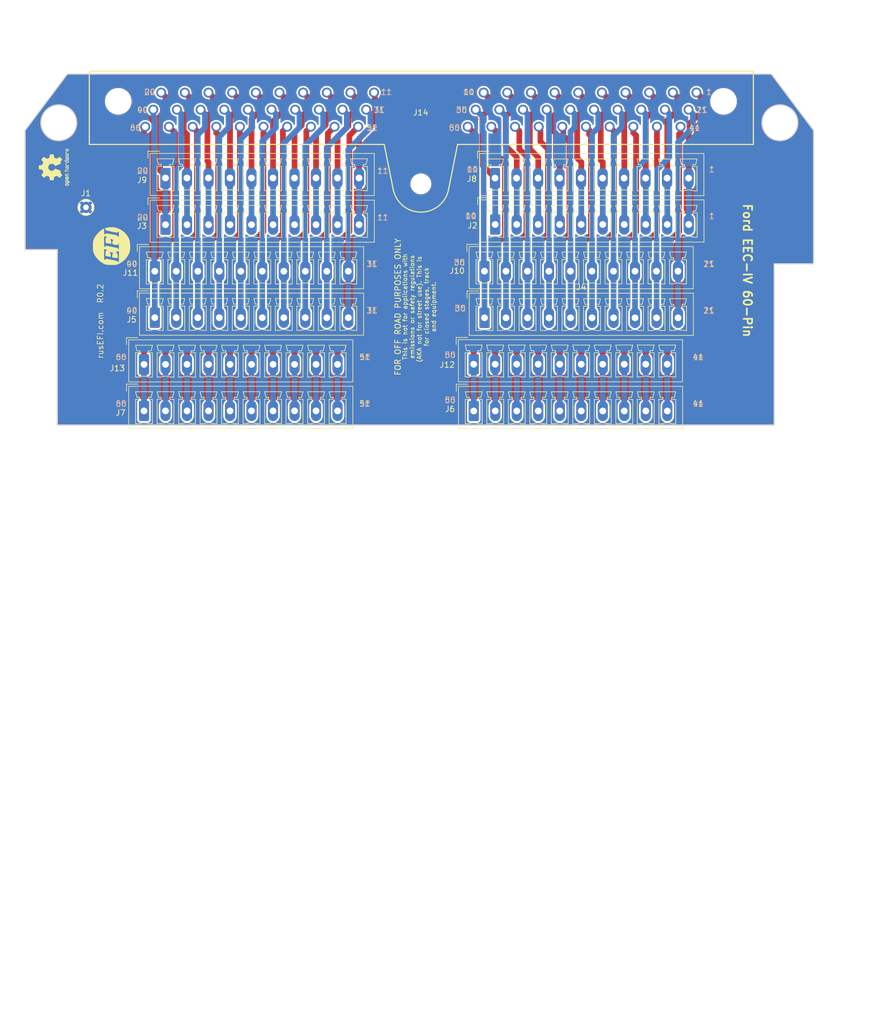
<source format=kicad_pcb>
(kicad_pcb (version 20221018) (generator pcbnew)
  (title_block (title "134pin 7-967288-1 Breakout board") (date "2020-06-02") (rev "R0.1"))
  (layers (0 "F.Cu" signal) (31 "B.Cu" signal) (34 "B.Paste" user) (35 "F.Paste" user) (36 "B.SilkS" user "B.Silkscreen") (37 "F.SilkS" user "F.Silkscreen") (38 "B.Mask" user) (39 "F.Mask" user) (44 "Edge.Cuts" user))
  (net 0 "")
  (net 1 "Net-(J11-Pad4)")
  (net 2 "Net-(J11-Pad3)")
  (net 3 "Net-(J11-Pad2)")
  (net 4 "Net-(J10-Pad4)")
  (net 5 "Net-(J10-Pad3)")
  (net 6 "Net-(J10-Pad2)")
  (net 7 "Net-(J13-Pad2)")
  (net 8 "Net-(J14-Pad2)")
  (net 9 "GND")
  (net 10 "/420")
  (net 11 "/421")
  (net 12 "/10")
  (net 13 "Net-(J14-Pad9)")
  (net 14 "Net-(J14-Pad8)")
  (net 15 "Net-(J14-Pad7)")
  (net 16 "Net-(J14-Pad6)")
  (net 17 "/5")
  (net 18 "Net-(J14-Pad4)")
  (net 19 "Net-(J14-Pad3)")
  (net 20 "/1")
  (net 21 "Net-(J14-Pad19)")
  (net 22 "Net-(J14-Pad18)")
  (net 23 "Net-(J14-Pad17)")
  (net 24 "Net-(J14-Pad16)")
  (net 25 "/15")
  (net 26 "Net-(J14-Pad14)")
  (net 27 "Net-(J14-Pad13)")
  (net 28 "Net-(J14-Pad12)")
  (net 29 "/11")
  (net 30 "/25")
  (net 31 "Net-(J10-Pad7)")
  (net 32 "Net-(J10-Pad8)")
  (net 33 "/31")
  (net 34 "Net-(J12-Pad8)")
  (net 35 "Net-(J12-Pad7)")
  (net 36 "/45")
  (net 37 "Net-(J12-Pad4)")
  (net 38 "Net-(J12-Pad3)")
  (net 39 "Net-(J12-Pad2)")
  (net 40 "/41")
  (net 41 "/60")
  (net 42 "Net-(J13-Pad9)")
  (net 43 "/55")
  (net 44 "/54")
  (net 45 "/53")
  (net 46 "Net-(J10-Pad9)")
  (net 47 "Net-(J10-Pad5)")
  (net 48 "/30")
  (net 49 "Net-(J11-Pad9)")
  (net 50 "Net-(J11-Pad8)")
  (net 51 "Net-(J11-Pad7)")
  (net 52 "/35")
  (net 53 "Net-(J11-Pad5)")
  (net 54 "/40")
  (net 55 "Net-(J12-Pad9)")
  (net 56 "Net-(J12-Pad5)")
  (net 57 "/50")
  (net 58 "Net-(J13-Pad10)")
  (net 59 "Net-(J13-Pad5)")
  (net 60 "Net-(J13-Pad4)")
  (net 61 "Net-(J13-Pad3)")
  (footprint "Symbol:OSHW-Logo2_7.3x6mm_SilkScreen" (layer "F.Cu") (at 101.0793 79.4004 90)
    (fp_text reference "LOGO1" hide)
    (fp_text value "DNP" hide)
  )
  (footprint "TestPoint:TestPoint_Keystone_5000-5004_Miniature" (layer "F.Cu") (at 106.6673 86.4997)
    (fp_text reference "J1")
    (fp_text value "Conn_01x01")
  )
  (footprint "rusEFI:Off_Road_Disclaimer" (layer "F.Cu") (at 165.1 104.14 90)
    (fp_text reference "G1" hide)
    (fp_text value "Disclaimer" hide)
  )
  (footprint "rusEFI:LOGO" (layer "F.Cu") (at 111.2393 93.3704 90)
    (fp_text reference "G2" hide)
    (fp_text value "LOGO" hide)
  )
  (footprint "Connector_Phoenix_MC:PhoenixContact_MCV_1,5_10-G-3.81_1x10_P3.81mm_Vertical" (layer "F.Cu") (at 179.1716 89.535)
    (fp_text reference "J2")
    (fp_text value "Conn_01x10")
  )
  (footprint "Connector_Phoenix_MC:PhoenixContact_MCV_1,5_10-G-3.81_1x10_P3.81mm_Vertical" (layer "F.Cu") (at 120.7643 89.5731)
    (fp_text reference "J3")
    (fp_text value "Conn_01x10")
  )
  (footprint "Connector_Phoenix_MC:PhoenixContact_MCV_1,5_10-G-3.81_1x10_P3.81mm_Vertical" (layer "F.Cu") (at 177.2793 106.0831)
    (fp_text reference "J4")
    (fp_text value "Conn_01x10")
  )
  (footprint "Connector_Phoenix_MC:PhoenixContact_MCV_1,5_10-G-3.81_1x10_P3.81mm_Vertical" (layer "F.Cu") (at 118.8593 106.0577)
    (fp_text reference "J5")
    (fp_text value "Conn_01x10")
  )
  (footprint "Connector_Phoenix_MC:PhoenixContact_MCV_1,5_10-G-3.81_1x10_P3.81mm_Vertical" (layer "F.Cu") (at 175.3743 122.5931)
    (fp_text reference "J6")
    (fp_text value "Conn_01x10")
  )
  (footprint "Connector_Phoenix_MC:PhoenixContact_MCV_1,5_10-G-3.81_1x10_P3.81mm_Vertical" (layer "F.Cu") (at 116.9543 122.5804)
    (fp_text reference "J7")
    (fp_text value "Conn_01x10")
  )
  (footprint "Connector_Phoenix_MC:PhoenixContact_MCV_1,5_10-G-3.81_1x10_P3.81mm_Vertical" (layer "F.Cu") (at 179.1462 81.3181)
    (fp_text reference "J8")
    (fp_text value "Conn_01x10")
  )
  (footprint "Connector_Phoenix_MC:PhoenixContact_MCV_1,5_10-G-3.81_1x10_P3.81mm_Vertical" (layer "F.Cu") (at 120.7516 81.2927)
    (fp_text reference "J9")
    (fp_text value "Conn_01x10")
  )
  (footprint "Connector_Phoenix_MC:PhoenixContact_MCV_1,5_10-G-3.81_1x10_P3.81mm_Vertical" (layer "F.Cu") (at 177.2666 97.8154)
    (fp_text reference "J10")
    (fp_text value "Conn_01x10")
  )
  (footprint "Connector_Phoenix_MC:PhoenixContact_MCV_1,5_10-G-3.81_1x10_P3.81mm_Vertical" (layer "F.Cu") (at 175.3616 114.3127)
    (fp_text reference "J12")
    (fp_text value "Conn_01x10")
  )
  (footprint "Connector_Phoenix_MC:PhoenixContact_MCV_1,5_10-G-3.81_1x10_P3.81mm_Vertical" (layer "F.Cu") (at 116.9543 114.3381)
    (fp_text reference "J13")
    (fp_text value "Conn_01x10")
  )
  (footprint "rusEFI:eeciv" (layer "F.Cu") (at 166.009425 62.296099)
    (fp_text reference "J14")
    (fp_text value "EEC-IV")
  )
  (footprint "Connector_Phoenix_MC:PhoenixContact_MCV_1,5_10-G-3.81_1x10_P3.81mm_Vertical" (layer "F.Cu") (at 118.8593 97.8281)
    (fp_text reference "J11")
    (fp_text value "Conn_01x10")
  )
  (gr_line (start 95.885 72.865) (end 95.885 93.98) (stroke (width 0.2)) (layer "Edge.Cuts"))
  (gr_circle (center 229.616 71.501) (end 232.791 71.501) (stroke (width 0.2)) (fill none) (layer "Edge.Cuts"))
  (gr_line (start 101.6 125.095) (end 228.6 125.095) (stroke (width 0.2)) (layer "Edge.Cuts"))
  (gr_line (start 235.585 96.52) (end 228.6 96.52) (stroke (width 0.2)) (layer "Edge.Cuts"))
  (gr_line (start 235.585 96.52) (end 235.585 72.865) (stroke (width 0.2)) (layer "Edge.Cuts"))
  (gr_line (start 95.885 72.865) (end 103.385 62.865) (stroke (width 0.2)) (layer "Edge.Cuts"))
  (gr_line (start 228.085 62.865) (end 103.385 62.865) (stroke (width 0.2)) (layer "Edge.Cuts"))
  (gr_line (start 101.6 93.98) (end 101.6 125.095) (stroke (width 0.2)) (layer "Edge.Cuts"))
  (gr_circle (center 101.854 71.501) (end 105.029 71.501) (stroke (width 0.2)) (fill none) (layer "Edge.Cuts"))
  (gr_line (start 95.885 93.98) (end 101.6 93.98) (stroke (width 0.2)) (layer "Edge.Cuts"))
  (gr_line (start 228.085 62.865) (end 235.585 72.865) (stroke (width 0.2)) (layer "Edge.Cuts"))
  (gr_line (start 228.6 96.52) (end 228.6 125.095) (stroke (width 0.2)) (layer "Edge.Cuts"))
  (gr_text "20" (at 117.9703 66.0654) (layer "B.SilkS") (effects (font (size 1.016 1.016) (thickness 0.13)) (justify mirror)))
  (gr_text "60" (at 115.4303 72.4154) (layer "B.SilkS") (effects (font (size 1.016 1.016) (thickness 0.13)) (justify mirror)))
  (gr_text "40" (at 116.7003 69.2404) (layer "B.SilkS") (effects (font (size 1.016 1.016) (thickness 0.13)) (justify mirror)))
  (gr_text "51" (at 157.3403 72.4154) (layer "B.SilkS") (effects (font (size 1.016 1.016) (thickness 0.13)) (justify mirror)))
  (gr_text "41" (at 214.4903 72.4154) (layer "B.SilkS") (effects (font (size 1.016 1.016) (thickness 0.13)) (justify mirror)))
  (gr_text "31" (at 158.6103 69.2404) (layer "B.SilkS") (effects (font (size 1.016 1.016) (thickness 0.13)) (justify mirror)))
  (gr_text "50" (at 171.9453 72.4154) (layer "B.SilkS") (effects (font (size 1.016 1.016) (thickness 0.13)) (justify mirror)))
  (gr_text "30" (at 173.2153 69.2404) (layer "B.SilkS") (effects (font (size 1.016 1.016) (thickness 0.13)) (justify mirror)))
  (gr_text "10" (at 174.4853 66.0654) (layer "B.SilkS") (effects (font (size 1.016 1.016) (thickness 0.13)) (justify mirror)))
  (gr_text "21" (at 215.7603 69.2404) (layer "B.SilkS") (effects (font (size 1.016 1.016) (thickness 0.13)) (justify mirror)))
  (gr_text "1" (at 217.0303 66.0654) (layer "B.SilkS") (effects (font (size 1.016 1.016) (thickness 0.13)) (justify mirror)))
  (gr_text "11" (at 159.8803 66.0654) (layer "B.SilkS") (effects (font (size 1.016 1.016) (thickness 0.13)) (justify mirror)))
  (gr_text "50" (at 171.1833 112.6744) (layer "B.SilkS") (effects (font (size 1.016 1.016) (thickness 0.13)) (justify mirror)))
  (gr_text "50" (at 171.1833 120.6754) (layer "B.SilkS") (effects (font (size 1.016 1.016) (thickness 0.13)) (justify mirror)))
  (gr_text "30" (at 172.8343 96.2914) (layer "B.SilkS") (effects (font (size 1.016 1.016) (thickness 0.13)) (justify mirror)))
  (gr_text "30" (at 172.9613 104.4194) (layer "B.SilkS") (effects (font (size 1.016 1.016) (thickness 0.13)) (justify mirror)))
  (gr_text "10" (at 175.1203 79.7814) (layer "B.SilkS") (effects (font (size 1.016 1.016) (thickness 0.13)) (justify mirror)))
  (gr_text "10" (at 174.8663 88.0364) (layer "B.SilkS") (effects (font (size 1.016 1.016) (thickness 0.13)) (justify mirror)))
  (gr_text "1" (at 217.5383 79.7814) (layer "B.SilkS") (effects (font (size 1.016 1.016) (thickness 0.13)) (justify mirror)))
  (gr_text "1" (at 217.5383 88.0364) (layer "B.SilkS") (effects (font (size 1.016 1.016) (thickness 0.13)) (justify mirror)))
  (gr_text "21" (at 217.0303 96.5454) (layer "B.SilkS") (effects (font (size 1.016 1.016) (thickness 0.13)) (justify mirror)))
  (gr_text "21" (at 217.0303 104.8004) (layer "B.SilkS") (effects (font (size 1.016 1.016) (thickness 0.13)) (justify mirror)))
  (gr_text "41" (at 215.1253 113.0554) (layer "B.SilkS") (effects (font (size 1.016 1.016) (thickness 0.13)) (justify mirror)))
  (gr_text "41" (at 215.1253 121.3104) (layer "B.SilkS") (effects (font (size 1.016 1.016) (thickness 0.13)) (justify mirror)))
  (gr_text "60" (at 112.8903 113.0554) (layer "B.SilkS") (effects (font (size 1.016 1.016) (thickness 0.13)) (justify mirror)))
  (gr_text "60" (at 112.8903 121.3104) (layer "B.SilkS") (effects (font (size 1.016 1.016) (thickness 0.13)) (justify mirror)))
  (gr_text "40" (at 114.7953 96.5454) (layer "B.SilkS") (effects (font (size 1.016 1.016) (thickness 0.13)) (justify mirror)))
  (gr_text "40" (at 114.7953 104.8004) (layer "B.SilkS") (effects (font (size 1.016 1.016) (thickness 0.13)) (justify mirror)))
  (gr_text "20" (at 116.7003 80.0354) (layer "B.SilkS") (effects (font (size 1.016 1.016) (thickness 0.13)) (justify mirror)))
  (gr_text "20" (at 116.7003 88.2904) (layer "B.SilkS") (effects (font (size 1.016 1.016) (thickness 0.13)) (justify mirror)))
  (gr_text "51" (at 156.0703 121.3104) (layer "B.SilkS") (effects (font (size 1.016 1.016) (thickness 0.13)) (justify mirror)))
  (gr_text "51" (at 156.0703 113.0554) (layer "B.SilkS") (effects (font (size 1.016 1.016) (thickness 0.13)) (justify mirror)))
  (gr_text "31" (at 157.3403 96.5454) (layer "B.SilkS") (effects (font (size 1.016 1.016) (thickness 0.13)) (justify mirror)))
  (gr_text "31" (at 157.3403 104.8004) (layer "B.SilkS") (effects (font (size 1.016 1.016) (thickness 0.13)) (justify mirror)))
  (gr_text "11" (at 159.2453 80.0354) (layer "B.SilkS") (effects (font (size 1.016 1.016) (thickness 0.13)) (justify mirror)))
  (gr_text "11" (at 159.2453 88.2904) (layer "B.SilkS") (effects (font (size 1.016 1.016) (thickness 0.13)) (justify mirror)))
  (gr_text "50" (at 171.1833 112.6744) (layer "F.SilkS") (effects (font (size 1.016 1.016) (thickness 0.13))))
  (gr_text "50" (at 171.1833 120.6754) (layer "F.SilkS") (effects (font (size 1.016 1.016) (thickness 0.13))))
  (gr_text "30" (at 172.8343 96.2914) (layer "F.SilkS") (effects (font (size 1.016 1.016) (thickness 0.13))))
  (gr_text "30" (at 172.9613 104.4194) (layer "F.SilkS") (effects (font (size 1.016 1.016) (thickness 0.13))))
  (gr_text "10" (at 175.1203 79.7814) (layer "F.SilkS") (effects (font (size 1.016 1.016) (thickness 0.13))))
  (gr_text "10" (at 174.8663 88.0364) (layer "F.SilkS") (effects (font (size 1.016 1.016) (thickness 0.13))))
  (gr_text "1" (at 217.5383 79.7814) (layer "F.SilkS") (effects (font (size 1.016 1.016) (thickness 0.13))))
  (gr_text "1" (at 217.5383 88.0364) (layer "F.SilkS") (effects (font (size 1.016 1.016) (thickness 0.13))))
  (gr_text "21" (at 217.0303 96.5454) (layer "F.SilkS") (effects (font (size 1.016 1.016) (thickness 0.13))))
  (gr_text "21" (at 217.0303 104.8004) (layer "F.SilkS") (effects (font (size 1.016 1.016) (thickness 0.13))))
  (gr_text "41" (at 215.1253 113.0554) (layer "F.SilkS") (effects (font (size 1.016 1.016) (thickness 0.13))))
  (gr_text "41" (at 215.1253 121.3104) (layer "F.SilkS") (effects (font (size 1.016 1.016) (thickness 0.13))))
  (gr_text "60" (at 112.8903 113.0554) (layer "F.SilkS") (effects (font (size 1.016 1.016) (thickness 0.13))))
  (gr_text "60" (at 112.8903 121.3104) (layer "F.SilkS") (effects (font (size 1.016 1.016) (thickness 0.13))))
  (gr_text "40" (at 114.7953 96.5454) (layer "F.SilkS") (effects (font (size 1.016 1.016) (thickness 0.13))))
  (gr_text "40" (at 114.7953 104.8004) (layer "F.SilkS") (effects (font (size 1.016 1.016) (thickness 0.13))))
  (gr_text "20" (at 116.7003 80.0354) (layer "F.SilkS") (effects (font (size 1.016 1.016) (thickness 0.13))))
  (gr_text "20" (at 116.7003 88.2904) (layer "F.SilkS") (effects (font (size 1.016 1.016) (thickness 0.13))))
  (gr_text "51" (at 156.0703 121.3104) (layer "F.SilkS") (effects (font (size 1.016 1.016) (thickness 0.13))))
  (gr_text "51" (at 156.0703 113.0554) (layer "F.SilkS") (effects (font (size 1.016 1.016) (thickness 0.13))))
  (gr_text "31" (at 157.3403 96.5454) (layer "F.SilkS") (effects (font (size 1.016 1.016) (thickness 0.13))))
  (gr_text "31" (at 157.3403 104.8004) (layer "F.SilkS") (effects (font (size 1.016 1.016) (thickness 0.13))))
  (gr_text "11" (at 159.2453 80.0354) (layer "F.SilkS") (effects (font (size 1.016 1.016) (thickness 0.13))))
  (gr_text "11" (at 159.2453 88.2904) (layer "F.SilkS") (effects (font (size 1.016 1.016) (thickness 0.13))))
  (gr_text "31" (at 158.6103 69.2404) (layer "F.SilkS") (effects (font (size 1.016 1.016) (thickness 0.13))))
  (gr_text "rusEFI.com  R0.2" (at 109.22 106.68 90) (layer "F.SilkS") (effects (font (size 1.016 1.016) (thickness 0.13))))
  (gr_text "40" (at 116.7003 69.2404) (layer "F.SilkS") (effects (font (size 1.016 1.016) (thickness 0.13))))
  (gr_text "41" (at 214.4903 72.4154) (layer "F.SilkS") (effects (font (size 1.016 1.016) (thickness 0.13))))
  (gr_text "30" (at 173.2153 69.2404) (layer "F.SilkS") (effects (font (size 1.016 1.016) (thickness 0.13))))
  (gr_text "51" (at 157.3403 72.4154) (layer "F.SilkS") (effects (font (size 1.016 1.016) (thickness 0.13))))
  (gr_text "11" (at 159.8803 66.0654) (layer "F.SilkS") (effects (font (size 1.016 1.016) (thickness 0.13))))
  (gr_text "Ford EEC-IV 60-Pin" (at 223.8629 97.6884 -90) (layer "F.SilkS") (effects (font (size 1.5 1.5) (thickness 0.3))))
  (gr_text "21" (at 215.7603 69.2404) (layer "F.SilkS") (effects (font (size 1.016 1.016) (thickness 0.13))))
  (gr_text "10" (at 174.4853 66.0654) (layer "F.SilkS") (effects (font (size 1.016 1.016) (thickness 0.13))))
  (gr_text "20" (at 117.9703 66.0654) (layer "F.SilkS") (effects (font (size 1.016 1.016) (thickness 0.13))))
  (gr_text "1" (at 217.0303 66.0654) (layer "F.SilkS") (effects (font (size 1.016 1.016) (thickness 0.13))))
  (gr_text "60" (at 115.4303 72.4154) (layer "F.SilkS") (effects (font (size 1.016 1.016) (thickness 0.13))))
  (gr_text "50" (at 171.9453 72.4154) (layer "F.SilkS") (effects (font (size 1.016 1.016) (thickness 0.13))))
  (segment (start 130.2893 97.8154) (end 130.2893 74.002306) (width 1.016) (layer "B.Cu") (net 1))
  (segment (start 131.937399 72.354207) (end 131.937399 69.938499) (width 1.016) (layer "B.Cu") (net 1))
  (segment (start 131.937399 69.938499) (end 131.1754 69.1765) (width 1.016) (layer "B.Cu") (net 1))
  (segment (start 130.2893 97.8154) (end 130.2893 106.0704) (width 1.016) (layer "B.Cu") (net 1))
  (segment (start 130.2893 74.002306) (end 131.937399 72.354207) (width 1.016) (layer "B.Cu") (net 1))
  (segment (start 127.745399 72.358207) (end 127.745399 69.942499) (width 1.016) (layer "B.Cu") (net 2))
  (segment (start 126.4793 97.8154) (end 126.4793 106.0704) (width 1.016) (layer "B.Cu") (net 2))
  (segment (start 126.4793 97.8154) (end 126.4793 73.624306) (width 1.016) (layer "B.Cu") (net 2))
  (segment (start 126.4793 73.624306) (end 127.745399 72.358207) (width 1.016) (layer "B.Cu") (net 2))
  (segment (start 127.745399 69.942499) (end 126.9834 69.1805) (width 1.016) (layer "B.Cu") (net 2))
  (segment (start 122.6693 79.888121) (end 123.549399 79.008022) (width 1.016) (layer "B.Cu") (net 3))
  (segment (start 123.549399 79.008022) (end 123.549399 69.942499) (width 1.016) (layer "B.Cu") (net 3))
  (segment (start 123.549399 69.942499) (end 122.7874 69.1805) (width 1.016) (layer "B.Cu") (net 3))
  (segment (start 122.6693 97.8154) (end 122.6693 79.888121) (width 1.016) (layer "B.Cu") (net 3))
  (segment (start 122.6693 97.8154) (end 122.6693 106.0704) (width 1.016) (layer "B.Cu") (net 3))
  (segment (start 188.7093 69.5874) (end 188.2954 69.1735) (width 1.016) (layer "B.Cu") (net 4))
  (segment (start 188.7093 97.8154) (end 188.7093 106.0704) (width 1.016) (layer "B.Cu") (net 4))
  (segment (start 188.7093 97.8154) (end 188.7093 69.5874) (width 1.016) (layer "B.Cu") (net 4))
  (segment (start 184.8993 69.9734) (end 184.1034 69.1775) (width 1.016) (layer "B.Cu") (net 5))
  (segment (start 184.8993 97.8154) (end 184.8993 106.0704) (width 1.016) (layer "B.Cu") (net 5))
  (segment (start 184.8993 97.8154) (end 184.8993 69.9734) (width 1.016) (layer "B.Cu") (net 5))
  (segment (start 181.0893 97.8154) (end 181.0893 70.3594) (width 1.016) (layer "B.Cu") (net 6))
  (segment (start 181.0893 70.3594) (end 179.9074 69.1775) (width 1.016) (layer "B.Cu") (net 6))
  (segment (start 181.0893 97.8154) (end 181.0893 106.0704) (width 1.016) (layer "B.Cu") (net 6))
  (segment (start 120.7643 93.263444) (end 122.47711 91.550634) (width 1.016) (layer "F.Cu") (net 7))
  (segment (start 122.133399 72.967499) (end 121.3714 72.2055) (width 1.016) (layer "F.Cu") (net 7))
  (segment (start 122.47711 91.550634) (end 122.47711 73.31121) (width 1.016) (layer "F.Cu") (net 7))
  (segment (start 120.7643 114.3254) (end 120.7643 93.263444) (width 1.016) (layer "F.Cu") (net 7))
  (segment (start 122.47711 73.31121) (end 122.133399 72.967499) (width 1.016) (layer "F.Cu") (net 7))
  (segment (start 120.7643 114.3254) (end 120.7643 122.5804) (width 1.016) (layer "B.Cu") (net 7))
  (segment (start 211.415399 69.332207) (end 211.415399 66.903499) (width 1.016) (layer "F.Cu") (net 8))
  (segment (start 209.6643 71.083306) (end 211.415399 69.332207) (width 1.016) (layer "F.Cu") (net 8))
  (segment (start 209.6643 81.3054) (end 209.6643 71.083306) (width 1.016) (layer "F.Cu") (net 8))
  (segment (start 211.415399 66.903499) (end 210.6534 66.1415) (width 1.016) (layer "F.Cu") (net 8))
  (segment (start 209.6643 81.3054) (end 209.6643 89.5604) (width 1.016) (layer "B.Cu") (net 8))
  (segment (start 120.767399 66.913499) (end 120.0054 66.1515) (width 1.016) (layer "F.Cu") (net 10))
  (segment (start 120.7643 81.3054) (end 120.7643 80.9244) (width 1.016) (layer "F.Cu") (net 10))
  (segment (start 119.796599 70.313007) (end 120.767399 69.342207) (width 1.016) (layer "F.Cu") (net 10))
  (segment (start 120.767399 69.342207) (end 120.767399 66.913499) (width 1.016) (layer "F.Cu") (net 10))
  (segment (start 119.796599 79.956699) (end 119.796599 70.313007) (width 1.016) (layer "F.Cu") (net 10))
  (segment (start 120.7643 80.9244) (end 119.796599 79.956699) (width 1.016) (layer "F.Cu") (net 10))
  (segment (start 120.7643 81.3054) (end 120.7643 89.5604) (width 1.016) (layer "B.Cu") (net 10))
  (segment (start 211.5693 97.8154) (end 211.5693 106.0704) (width 1.016) (layer "B.Cu") (net 11))
  (segment (start 211.5693 97.8154) (end 211.5693 74.981306) (width 1.016) (layer "B.Cu") (net 11))
  (segment (start 214.199399 72.351207) (end 214.199399 69.935499) (width 1.016) (layer "B.Cu") (net 11))
  (segment (start 211.5693 74.981306) (end 214.199399 72.351207) (width 1.016) (layer "B.Cu") (net 11))
  (segment (start 214.199399 69.935499) (end 213.4374 69.1735) (width 1.016) (layer "B.Cu") (net 11))
  (segment (start 176.916599 70.310007) (end 177.887399 69.339207) (width 1.016) (layer "F.Cu") (net 12))
  (segment (start 179.1843 81.3054) (end 176.916599 79.037699) (width 1.016) (layer "F.Cu") (net 12))
  (segment (start 177.887399 66.910499) (end 177.1254 66.1485) (width 1.016) (layer "F.Cu") (net 12))
  (segment (start 176.916599 79.037699) (end 176.916599 70.310007) (width 1.016) (layer "F.Cu") (net 12))
  (segment (start 177.887399 69.339207) (end 177.887399 66.910499) (width 1.016) (layer "F.Cu") (net 12))
  (segment (start 179.1843 81.3054) (end 179.1843 89.5604) (width 1.016) (layer "B.Cu") (net 12))
  (segment (start 181.0258 75.616806) (end 181.0258 70.389806) (width 1.016) (layer "F.Cu") (net 13))
  (segment (start 182.9943 81.3054) (end 182.9943 77.585306) (width 1.016) (layer "F.Cu") (net 13))
  (segment (start 182.073399 69.342207) (end 182.073399 66.913499) (width 1.016) (layer "F.Cu") (net 13))
  (segment (start 181.0258 70.389806) (end 182.073399 69.342207) (width 1.016) (layer "F.Cu") (net 13))
  (segment (start 182.073399 66.913499) (end 181.3114 66.1515) (width 1.016) (layer "F.Cu") (net 13))
  (segment (start 182.9943 77.585306) (end 181.0258 75.616806) (width 1.016) (layer "F.Cu") (net 13))
  (segment (start 182.9943 81.3054) (end 182.9943 89.5604) (width 1.016) (layer "B.Cu") (net 13))
  (segment (start 186.269399 66.913499) (end 185.5074 66.1515) (width 1.016) (layer "F.Cu") (net 14))
  (segment (start 186.8043 77.659493) (end 185.304599 76.159792) (width 1.016) (layer "F.Cu") (net 14))
  (segment (start 185.304599 70.307007) (end 186.269399 69.342207) (width 1.016) (layer "F.Cu") (net 14))
  (segment (start 186.8043 81.3054) (end 186.8043 77.659493) (width 1.016) (layer "F.Cu") (net 14))
  (segment (start 185.304599 76.159792) (end 185.304599 70.307007) (width 1.016) (layer "F.Cu") (net 14))
  (segment (start 186.269399 69.342207) (end 186.269399 66.913499) (width 1.016) (layer "F.Cu") (net 14))
  (segment (start 186.8043 81.3054) (end 186.8043 89.5604) (width 1.016) (layer "B.Cu") (net 14))
  (segment (start 190.461399 66.909499) (end 189.6994 66.1475) (width 1.016) (layer "F.Cu") (net 15))
  (segment (start 189.492599 70.307007) (end 190.461399 69.338207) (width 1.016) (layer "F.Cu") (net 15))
  (segment (start 190.6143 78.4894) (end 189.92849 77.80359) (width 1.016) (layer "F.Cu") (net 15))
  (segment (start 189.92849 77.80359) (end 189.92849 73.396296) (width 1.016) (layer "F.Cu") (net 15))
  (segment (start 189.92849 73.396296) (end 189.492599 72.960405) (width 1.016) (layer "F.Cu") (net 15))
  (segment (start 189.492599 72.960405) (end 189.492599 70.307007) (width 1.016) (layer "F.Cu") (net 15))
  (segment (start 190.6143 81.3054) (end 190.6143 78.4894) (width 1.016) (layer "F.Cu") (net 15))
  (segment (start 190.461399 69.338207) (end 190.461399 66.909499) (width 1.016) (layer "F.Cu") (net 15))
  (segment (start 190.6143 81.3054) (end 190.6143 89.5604) (width 1.016) (layer "B.Cu") (net 15))
  (segment (start 194.649399 69.344207) (end 194.649399 66.915499) (width 1.016) (layer "F.Cu") (net 16))
  (segment (start 194.649399 66.915499) (end 193.8874 66.1535) (width 1.016) (layer "F.Cu") (net 16))
  (segment (start 193.684599 77.749699) (end 193.684599 70.309007) (width 1.016) (layer "F.Cu") (net 16))
  (segment (start 194.4243 81.3054) (end 194.4243 78.4894) (width 1.016) (layer "F.Cu") (net 16))
  (segment (start 194.4243 78.4894) (end 193.684599 77.749699) (width 1.016) (layer "F.Cu") (net 16))
  (segment (start 193.684599 70.309007) (end 194.649399 69.344207) (width 1.016) (layer "F.Cu") (net 16))
  (segment (start 194.4243 81.3054) (end 194.4243 89.5604) (width 1.016) (layer "B.Cu") (net 16))
  (segment (start 197.870599 70.304007) (end 198.841399 69.333207) (width 1.016) (layer "F.Cu") (net 17))
  (segment (start 198.2343 81.3054) (end 198.2343 78.4894) (width 1.016) (layer "F.Cu") (net 17))
  (segment (start 198.2343 78.4894) (end 197.870599 78.125699) (width 1.016) (layer "F.Cu") (net 17))
  (segment (start 198.841399 69.333207) (end 198.841399 66.904499) (width 1.016) (layer "F.Cu") (net 17))
  (segment (start 197.870599 78.125699) (end 197.870599 70.304007) (width 1.016) (layer "F.Cu") (net 17))
  (segment (start 198.841399 66.904499) (end 198.0794 66.1425) (width 1.016) (layer "F.Cu") (net 17))
  (segment (start 198.2343 81.3054) (end 198.2343 89.5604) (width 1.016) (layer "B.Cu") (net 17))
  (segment (start 202.0443 81.3054) (end 202.0443 70.319306) (width 1.016) (layer "F.Cu") (net 18))
  (segment (start 203.027399 66.907499) (end 202.2654 66.1455) (width 1.016) (layer "F.Cu") (net 18))
  (segment (start 202.0443 70.319306) (end 203.027399 69.336207) (width 1.016) (layer "F.Cu") (net 18))
  (segment (start 203.027399 69.336207) (end 203.027399 66.907499) (width 1.016) (layer "F.Cu") (net 18))
  (segment (start 202.0443 81.3054) (end 202.0443 89.5604) (width 1.016) (layer "B.Cu") (net 18))
  (segment (start 205.8543 70.705306) (end 207.223399 69.336207) (width 1.016) (layer "F.Cu") (net 19))
  (segment (start 207.223399 69.336207) (end 207.223399 66.907499) (width 1.016) (layer "F.Cu") (net 19))
  (segment (start 207.223399 66.907499) (end 206.4614 66.1455) (width 1.016) (layer "F.Cu") (net 19))
  (segment (start 205.8543 81.3054) (end 205.8543 70.705306) (width 1.016) (layer "F.Cu") (net 19))
  (segment (start 205.8543 81.3054) (end 205.8543 89.5604) (width 1.016) (layer "B.Cu") (net 19))
  (segment (start 213.596201 71.658499) (end 215.603399 69.651301) (width 1.016) (layer "F.Cu") (net 20))
  (segment (start 215.603399 66.909499) (end 214.8414 66.1475) (width 1.016) (layer "F.Cu") (net 20))
  (segment (start 215.603399 69.651301) (end 215.603399 66.909499) (width 1.016) (layer "F.Cu") (net 20))
  (segment (start 213.4743 81.3054) (end 213.4743 73.076306) (width 1.016) (layer "F.Cu") (net 20))
  (segment (start 213.4743 73.076306) (end 213.596201 72.954405) (width 1.016) (layer "F.Cu") (net 20))
  (segment (start 213.596201 72.954405) (end 213.596201 71.658499) (width 1.016) (layer "F.Cu") (net 20))
  (segment (start 213.4743 81.3054) (end 213.4743 89.5604) (width 1.016) (layer "B.Cu") (net 20))
  (segment (start 123.992599 70.306007) (end 124.953399 69.345207) (width 1.016) (layer "F.Cu") (net 21))
  (segment (start 124.953399 66.916499) (end 124.1914 66.1545) (width 1.016) (layer "F.Cu") (net 21))
  (segment (start 124.5743 81.3054) (end 124.5743 73.543106) (width 1.016) (layer "F.Cu") (net 21))
  (segment (start 123.992599 72.961405) (end 123.992599 70.306007) (width 1.016) (layer "F.Cu") (net 21))
  (segment (start 124.5743 73.543106) (end 123.992599 72.961405) (width 1.016) (layer "F.Cu") (net 21))
  (segment (start 124.953399 69.345207) (end 124.953399 66.916499) (width 1.016) (layer "F.Cu") (net 21))
  (segment (start 124.5743 81.3054) (end 124.5743 89.5604) (width 1.016) (layer "B.Cu") (net 21))
  (segment (start 128.184599 70.310007) (end 129.149399 69.345207) (width 1.016) (layer "F.Cu") (net 22))
  (segment (start 128.184599 78.289699) (end 128.184599 70.310007) (width 1.016) (layer "F.Cu") (net 22))
  (segment (start 129.149399 66.916499) (end 128.3874 66.1545) (width 1.016) (layer "F.Cu") (net 22))
  (segment (start 128.3843 78.4894) (end 128.184599 78.289699) (width 1.016) (layer "F.Cu") (net 22))
  (segment (start 128.3843 81.3054) (end 128.3843 78.4894) (width 1.016) (layer "F.Cu") (net 22))
  (segment (start 129.149399 69.345207) (end 129.149399 66.916499) (width 1.016) (layer "F.Cu") (net 22))
  (segment (start 128.3843 81.3054) (end 128.3843 89.5604) (width 1.016) (layer "B.Cu") (net 22))
  (segment (start 132.1943 81.3054) (end 132.1943 70.488306) (width 1.016) (layer "F.Cu") (net 23))
  (segment (start 132.1943 70.488306) (end 133.341399 69.341207) (width 1.016) (layer "F.Cu") (net 23))
  (segment (start 133.341399 69.341207) (end 133.341399 66.912499) (width 1.016) (layer "F.Cu") (net 23))
  (segment (start 133.341399 66.912499) (end 132.5794 66.1505) (width 1.016) (layer "F.Cu") (net 23))
  (segment (start 132.1943 81.3054) (end 132.1943 89.5604) (width 1.016) (layer "B.Cu") (net 23))
  (segment (start 136.0043 81.3054) (end 136.0043 70.872306) (width 1.016) (layer "F.Cu") (net 24))
  (segment (start 137.529399 66.918499) (end 136.7674 66.1565) (width 1.016) (layer "F.Cu") (net 24))
  (segment (start 136.0043 70.872306) (end 137.529399 69.347207) (width 1.016) (layer "F.Cu") (net 24))
  (segment (start 137.529399 69.347207) (end 137.529399 66.918499) (width 1.016) (layer "F.Cu") (net 24))
  (segment (start 136.0043 81.3054) (end 136.0043 89.5604) (width 1.016) (layer "B.Cu") (net 24))
  (segment (start 141.721399 66.907499) (end 140.9594 66.1455) (width 1.016) (layer "F.Cu") (net 25))
  (segment (start 139.8143 81.3054) (end 139.8143 71.243306) (width 1.016) (layer "F.Cu") (net 25))
  (segment (start 139.8143 71.243306) (end 141.721399 69.336207) (width 1.016) (layer "F.Cu") (net 25))
  (segment (start 141.721399 69.336207) (end 141.721399 66.907499) (width 1.016) (layer "F.Cu") (net 25))
  (segment (start 139.8143 81.3054) (end 139.8143 89.5604) (width 1.016) (layer "B.Cu") (net 25))
  (segment (start 144.8943 70.352306) (end 145.907399 69.339207) (width 1.016) (layer "F.Cu") (net 26))
  (segment (start 143.6243 73.228693) (end 144.8943 71.958693) (width 1.016) (layer "F.Cu") (net 26))
  (segment (start 145.907399 69.339207) (end 145.907399 66.910499) (width 1.016) (layer "F.Cu") (net 26))
  (segment (start 145.907399 66.910499) (end 145.1454 66.1485) (width 1.016) (layer "F.Cu") (net 26))
  (segment (start 144.8943 71.958693) (end 144.8943 70.352306) (width 1.016) (layer "F.Cu") (net 26))
  (segment (start 143.6243 81.3054) (end 143.6243 73.228693) (width 1.016) (layer "F.Cu") (net 26))
  (segment (start 143.6243 81.3054) (end 143.6243 89.5604) (width 1.016) (layer "B.Cu") (net 26))
  (segment (start 147.4343 81.3054) (end 147.4343 73.606693) (width 1.016) (layer "F.Cu") (net 27))
  (segment (start 150.103399 66.910499) (end 150.095825 66.910499) (width 1.016) (layer "F.Cu") (net 27))
  (segment (start 150.103399 69.339207) (end 150.103399 66.910499) (width 1.016) (layer "F.Cu") (net 27))
  (segment (start 147.4343 73.606693) (end 149.138599 71.902394) (width 1.016) (layer "F.Cu") (net 27))
  (segment (start 149.138599 70.304007) (end 150.103399 69.339207) (width 1.016) (layer "F.Cu") (net 27))
  (segment (start 149.138599 71.902394) (end 149.138599 70.304007) (width 1.016) (layer "F.Cu") (net 27))
  (segment (start 150.095825 66.910499) (end 149.336425 66.151099) (width 1.016) (layer "F.Cu") (net 27))
  (segment (start 147.4343 81.3054) (end 147.4343 89.5604) (width 1.016) (layer "B.Cu") (net 27))
  (segment (start 151.2443 73.990693) (end 153.1493 72.085693) (width 1.016) (layer "F.Cu") (net 28))
  (segment (start 153.1493 70.481306) (end 154.295399 69.335207) (width 1.016) (layer "F.Cu") (net 28))
  (segment (start 154.295399 66.906499) (end 153.5334 66.1445) (width 1.016) (layer "F.Cu") (net 28))
  (segment (start 151.2443 81.3054) (end 151.2443 73.990693) (width 1.016) (layer "F.Cu") (net 28))
  (segment (start 153.1493 72.085693) (end 153.1493 70.481306) (width 1.016) (layer "F.Cu") (net 28))
  (segment (start 154.295399 69.335207) (end 154.295399 66.906499) (width 1.016) (layer "F.Cu") (net 28))
  (segment (start 151.2443 81.3054) (end 151.2443 89.5604) (width 1.016) (layer "B.Cu") (net 28))
  (segment (start 155.0543 81.3054) (end 155.0543 74.3204) (width 1.016) (layer "F.Cu") (net 29))
  (segment (start 157.8483 69.976306) (end 157.892201 69.932405) (width 1.016) (layer "F.Cu") (net 29))
  (segment (start 157.8483 71.5264) (end 157.8483 69.976306) (width 1.016) (layer "F.Cu") (net 29))
  (segment (start 157.892201 69.932405) (end 157.892201 68.420595) (width 1.016) (layer "F.Cu") (net 29))
  (segment (start 157.8483 68.376694) (end 157.8483 66.2774) (width 1.016) (layer "F.Cu") (net 29))
  (segment (start 155.0543 74.3204) (end 157.8483 71.5264) (width 1.016) (layer "F.Cu") (net 29))
  (segment (start 157.8483 66.2774) (end 157.7214 66.1505) (width 1.016) (layer "F.Cu") (net 29))
  (segment (start 157.892201 68.420595) (end 157.8483 68.376694) (width 1.016) (layer "F.Cu") (net 29))
  (segment (start 155.0543 81.3054) (end 155.0543 89.5604) (width 1.016) (layer "B.Cu") (net 29))
  (segment (start 196.3293 73.454306) (end 197.437399 72.346207) (width 1.016) (layer "B.Cu") (net 30))
  (segment (start 196.3293 97.8154) (end 196.3293 106.0704) (width 1.016) (layer "B.Cu") (net 30))
  (segment (start 196.3293 97.8154) (end 196.3293 73.454306) (width 1.016) (layer "B.Cu") (net 30))
  (segment (start 197.437399 69.930499) (end 196.6754 69.1685) (width 1.016) (layer "B.Cu") (net 30))
  (segment (start 197.437399 72.346207) (end 197.437399 69.930499) (width 1.016) (layer "B.Cu") (net 30))
  (segment (start 201.623399 69.933499) (end 200.8614 69.1715) (width 1.016) (layer "B.Cu") (net 31))
  (segment (start 200.1393 73.771301) (end 201.623399 72.287202) (width 1.016) (layer "B.Cu") (net 31))
  (segment (start 200.1393 97.8154) (end 200.1393 106.0704) (width 1.016) (layer "B.Cu") (net 31))
  (segment (start 200.1393 97.8154) (end 200.1393 73.771301) (width 1.016) (layer "B.Cu") (net 31))
  (segment (start 201.623399 72.287202) (end 201.623399 69.933499) (width 1.016) (layer "B.Cu") (net 31))
  (segment (start 203.9493 97.8154) (end 203.9493 79.888121) (width 1.016) (layer "B.Cu") (net 32))
  (segment (start 205.819399 69.933499) (end 205.0574 69.1715) (width 1.016) (layer "B.Cu") (net 32))
  (segment (start 203.9493 79.888121) (end 205.819399 78.018022) (width 1.016) (layer "B.Cu") (net 32))
  (segment (start 203.9493 97.8154) (end 203.9493 106.0704) (width 1.016) (layer "B.Cu") (net 32))
  (segment (start 205.819399 78.018022) (end 205.819399 69.933499) (width 1.016) (layer "B.Cu") (net 32))
  (segment (start 157.079399 69.938499) (end 156.3174 69.1765) (width 1.016) (layer "B.Cu") (net 33))
  (segment (start 153.1493 76.284306) (end 157.079399 72.354207) (width 1.016) (layer "B.Cu") (net 33))
  (segment (start 153.1493 97.8154) (end 153.1493 76.284306) (width 1.016) (layer "B.Cu") (net 33))
  (segment (start 157.079399 72.354207) (end 157.079399 69.938499) (width 1.016) (layer "B.Cu") (net 33))
  (segment (start 153.1493 97.8154) (end 153.1493 106.0704) (width 1.016) (layer "B.Cu") (net 33))
  (segment (start 203.6414 73.27413) (end 203.6414 72.1965) (width 1.016) (layer "F.Cu") (net 34))
  (segment (start 204.14149 90.785489) (end 204.14149 73.77422) (width 1.016) (layer "F.Cu") (net 34))
  (segment (start 202.0443 114.3254) (end 202.0443 92.882679) (width 1.016) (layer "F.Cu") (net 34))
  (segment (start 202.0443 92.882679) (end 204.14149 90.785489) (width 1.016) (layer "F.Cu") (net 34))
  (segment (start 204.14149 73.77422) (end 203.6414 73.27413) (width 1.016) (layer "F.Cu") (net 34))
  (segment (start 202.0443 114.3254) (end 202.0443 122.5804) (width 1.016) (layer "B.Cu") (net 34))
  (segment (start 198.2343 92.882679) (end 200.207399 90.90958) (width 1.016) (layer "F.Cu") (net 35))
  (segment (start 200.207399 90.90958) (end 200.207399 72.958499) (width 1.016) (layer "F.Cu") (net 35))
  (segment (start 200.207399 72.958499) (end 199.4454 72.1965) (width 1.016) (layer "F.Cu") (net 35))
  (segment (start 198.2343 114.3254) (end 198.2343 92.882679) (width 1.016) (layer "F.Cu") (net 35))
  (segment (start 198.2343 114.3254) (end 198.2343 122.5804) (width 1.016) (layer "B.Cu") (net 35))
  (segment (start 195.8213 73.5584) (end 195.8213 72.7554) (width 1.016) (layer "F.Cu") (net 36))
  (segment (start 194.4243 93.1164) (end 196.13711 91.40359) (width 1.016) (layer "F.Cu") (net 36))
  (segment (start 194.4243 114.3254) (end 194.4243 93.1164) (width 1.016) (layer "F.Cu") (net 36))
  (segment (start 196.13711 91.40359) (end 196.13711 73.87421) (width 1.016) (layer "F.Cu") (net 36))
  (segment (start 195.8213 72.7554) (end 195.2594 72.1935) (width 1.016) (layer "F.Cu") (net 36))
  (segment (start 196.13711 73.87421) (end 195.8213 73.5584) (width 1.016) (layer "F.Cu") (net 36))
  (segment (start 194.4243 114.3254) (end 194.4243 122.5804) (width 1.016) (layer "B.Cu") (net 36))
  (segment (start 186.8043 92.882679) (end 188.51711 91.169869) (width 1.016) (layer "F.Cu") (net 37))
  (segment (start 187.1853 72.5044) (end 186.8794 72.1985) (width 1.016) (layer "F.Cu") (net 37))
  (segment (start 188.51711 91.169869) (end 188.51711 76.16021) (width 1.016) (layer "F.Cu") (net 37))
  (segment (start 186.8043 114.3254) (end 186.8043 92.882679) (width 1.016) (layer "F.Cu") (net 37))
  (segment (start 188.51711 76.16021) (end 187.1853 74.8284) (width 1.016) (layer "F.Cu") (net 37))
  (segment (start 187.1853 74.8284) (end 187.1853 72.5044) (width 1.016) (layer "F.Cu") (net 37))
  (segment (start 186.8043 114.3254) (end 186.8043 122.5804) (width 1.016) (layer "B.Cu") (net 37))
  (segment (start 183.449399 72.964499) (end 182.6874 72.2025) (width 1.016) (layer "F.Cu") (net 38))
  (segment (start 183.449399 76.172499) (end 183.449399 72.964499) (width 1.016) (layer "F.Cu") (net 38))
  (segment (start 182.9943 114.3254) (end 182.9943 92.882679) (width 1.016) (layer "F.Cu") (net 38))
  (segment (start 182.9943 92.882679) (end 184.70711 91.169869) (width 1.016) (layer "F.Cu") (net 38))
  (segment (start 184.70711 77.43021) (end 183.449399 76.172499) (width 1.016) (layer "F.Cu") (net 38))
  (segment (start 184.70711 91.169869) (end 184.70711 77.43021) (width 1.016) (layer "F.Cu") (net 38))
  (segment (start 182.9943 114.3254) (end 182.9943 122.5804) (width 1.016) (layer "B.Cu") (net 38))
  (segment (start 179.1843 114.3254) (end 179.1843 93.263444) (width 1.016) (layer "F.Cu") (net 39))
  (segment (start 179.253399 76.929499) (end 179.253399 72.964499) (width 1.016) (layer "F.Cu") (net 39))
  (segment (start 179.253399 72.964499) (end 178.4914 72.2025) (width 1.016) (layer "F.Cu") (net 39))
  (segment (start 180.89711 78.57321) (end 179.253399 76.929499) (width 1.016) (layer "F.Cu") (net 39))
  (segment (start 180.89711 91.550634) (end 180.89711 78.57321) (width 1.016) (layer "F.Cu") (net 39))
  (segment (start 179.1843 93.263444) (end 180.89711 91.550634) (width 1.016) (layer "F.Cu") (net 39))
  (segment (start 179.1843 114.3254) (end 179.1843 122.5804) (width 1.016) (layer "B.Cu") (net 39))
  (segment (start 211.76149 73.53604) (end 212.0214 73.27613) (width 1.016) (layer "F.Cu") (net 40))
  (segment (start 211.76149 90.785489) (end 211.76149 73.53604) (width 1.016) (layer "F.Cu") (net 40))
  (segment (start 209.6643 114.3254) (end 209.6643 92.882679) (width 1.016) (layer "F.Cu") (net 40))
  (segment (start 209.6643 92.882679) (end 211.76149 90.785489) (width 1.016) (layer "F.Cu") (net 40))
  (segment (start 212.0214 73.27613) (end 212.0214 72.1985) (width 1.016) (layer "F.Cu") (net 40))
  (segment (start 209.6643 114.3254) (end 209.6643 122.5804) (width 1.016) (layer "B.Cu") (net 40))
  (segment (start 116.9543 114.3254) (end 116.9543 72.4336) (width 1.016) (layer "F.Cu") (net 41))
  (segment (start 116.9543 72.4336) (end 117.1854 72.2025) (width 1.016) (layer "F.Cu") (net 41))
  (segment (start 116.9543 114.3254) (end 116.9543 122.5804) (width 1.016) (layer "B.Cu") (net 41))
  (segment (start 149.53149 73.37741) (end 149.53149 76.90019) (width 1.016) (layer "F.Cu") (net 42))
  (segment (start 147.4343 92.882679) (end 149.53149 90.785489) (width 1.016) (layer "F.Cu") (net 42))
  (segment (start 149.51879 90.772789) (end 149.53149 90.785489) (width 1.016) (layer "F.Cu") (net 42))
  (segment (start 149.53149 73.37741) (end 150.459407 72.449492) (width 1.016) (layer "F.Cu") (net 42))
  (segment (start 150.459407 72.449492) (end 150.459407 72.447117) (width 1.016) (layer "F.Cu") (net 42))
  (segment (start 149.53149 76.90019) (end 149.51879 76.91289) (width 1.016) (layer "F.Cu") (net 42))
  (segment (start 150.459407 72.447117) (end 150.708425 72.198099) (width 1.016) (layer "F.Cu") (net 42))
  (segment (start 149.51879 76.91289) (end 149.51879 90.772789) (width 1.016) (layer "F.Cu") (net 42))
  (segment (start 147.4343 114.3254) (end 147.4343 92.882679) (width 1.016) (layer "F.Cu") (net 42))
  (segment (start 147.4343 114.3254) (end 147.4343 122.5804) (width 1.016) (layer "B.Cu") (net 42))
  (segment (start 136.0043 114.3254) (end 136.0043 92.882679) (width 1.016) (layer "F.Cu") (net 43))
  (segment (start 138.10149 73.31204) (end 138.1394 73.27413) (width 1.016) (layer "F.Cu") (net 43))
  (segment (start 138.1394 73.27413) (end 138.1394 72.1965) (width 1.016) (layer "F.Cu") (net 43))
  (segment (start 136.0043 92.882679) (end 138.10149 90.785489) (width 1.016) (layer "F.Cu") (net 43))
  (segment (start 138.10149 90.785489) (end 138.10149 73.31204) (width 1.016) (layer "F.Cu") (net 43))
  (segment (start 136.0043 114.3254) (end 136.0043 122.5804) (width 1.016) (layer "B.Cu") (net 43))
  (segment (start 139.8143 114.3254) (end 139.8143 92.882679) (width 1.016) (layer "F.Cu") (net 44))
  (segment (start 139.8143 92.882679) (end 141.563401 91.133578) (width 1.016) (layer "F.Cu") (net 44))
  (segment (start 141.563401 91.133578) (end 141.563401 72.961499) (width 1.016) (layer "F.Cu") (net 44))
  (segment (start 141.563401 72.961499) (end 142.3254 72.1995) (width 1.016) (layer "F.Cu") (net 44))
  (segment (start 139.8143 114.3254) (end 139.8143 122.5804) (width 1.016) (layer "B.Cu") (net 44))
  (segment (start 145.72149 72.99941) (end 145.759401 72.961499) (width 1.016) (layer "F.Cu") (net 45))
  (segment (start 145.72149 90.785489) (end 145.72149 72.99941) (width 1.016) (layer "F.Cu") (net 45))
  (segment (start 143.6243 92.882679) (end 145.72149 90.785489) (width 1.016) (layer "F.Cu") (net 45))
  (segment (start 145.759401 72.961499) (end 146.5214 72.1995) (width 1.016) (layer "F.Cu") (net 45))
  (segment (start 143.6243 114.3254) (end 143.6243 92.882679) (width 1.016) (layer "F.Cu") (net 45))
  (segment (start 143.6243 114.3254) (end 143.6243 122.5804) (width 1.016) (layer "B.Cu") (net 45))
  (segment (start 207.7593 79.888121) (end 210.011399 77.636022) (width 1.016) (layer "B.Cu") (net 46))
  (segment (start 210.011399 69.929499) (end 209.2494 69.1675) (width 1.016) (layer "B.Cu") (net 46))
  (segment (start 207.7593 97.8154) (end 207.7593 79.888121) (width 1.016) (layer "B.Cu") (net 46))
  (segment (start 207.7593 97.8154) (end 207.7593 106.0704) (width 1.016) (layer "B.Cu") (net 46))
  (segment (start 210.011399 77.636022) (end 210.011399 69.929499) (width 1.016) (layer "B.Cu") (net 46))
  (segment (start 192.5193 97.8154) (end 192.5193 106.0704) (width 1.016) (layer "B.Cu") (net 47))
  (segment (start 193.245399 69.941499) (end 192.4834 69.1795) (width 1.016) (layer "B.Cu") (net 47))
  (segment (start 192.5193 97.8154) (end 192.5193 73.083306) (width 1.016) (layer "B.Cu") (net 47))
  (segment (start 192.5193 73.083306) (end 193.245399 72.357207) (width 1.016) (layer "B.Cu") (net 47))
  (segment (start 193.245399 72.357207) (end 193.245399 69.941499) (width 1.016) (layer "B.Cu") (net 47))
  (segment (start 177.1523 73.194106) (end 176.916599 72.958405) (width 1.016) (layer "B.Cu") (net 48))
  (segment (start 177.1523 97.6884) (end 177.1523 73.194106) (width 1.016) (layer "B.Cu") (net 48))
  (segment (start 176.916599 71.446595) (end 177.1523 71.210894) (width 1.016) (layer "B.Cu") (net 48))
  (segment (start 177.1523 71.210894) (end 177.1523 70.6054) (width 1.016) (layer "B.Cu") (net 48))
  (segment (start 177.2793 97.8154) (end 177.2793 106.0704) (width 1.016) (layer "B.Cu") (net 48))
  (segment (start 176.916599 72.958405) (end 176.916599 71.446595) (width 1.016) (layer "B.Cu") (net 48))
  (segment (start 177.1523 70.6054) (end 175.7214 69.1745) (width 1.016) (layer "B.Cu") (net 48))
  (segment (start 177.2793 97.8154) (end 177.1523 97.6884) (width 1.016) (layer "B.Cu") (net 48))
  (segment (start 149.3393 97.8154) (end 149.3393 106.0704) (width 1.016) (layer "B.Cu") (net 49))
  (segment (start 149.3393 97.8154) (end 149.3393 75.900306) (width 1.016) (layer "B.Cu") (net 49))
  (segment (start 149.3393 75.900306) (end 152.891399 72.348207) (width 1.016) (layer "B.Cu") (net 49))
  (segment (start 152.891399 72.348207) (end 152.891399 69.932499) (width 1.016) (layer "B.Cu") (net 49))
  (segment (start 152.891399 69.932499) (end 152.1294 69.1705) (width 1.016) (layer "B.Cu") (net 49))
  (segment (start 145.5293 97.8154) (end 145.5293 106.0704) (width 1.016) (layer "B.Cu") (net 50))
  (segment (start 148.699399 69.936499) (end 147.9374 69.1745) (width 1.016) (layer "B.Cu") (net 50))
  (segment (start 148.699399 72.352207) (end 148.699399 69.936499) (width 1.016) (layer "B.Cu") (net 50))
  (segment (start 145.5293 75.522306) (end 148.699399 72.352207) (width 1.016) (layer "B.Cu") (net 50))
  (segment (start 145.5293 97.8154) (end 145.5293 75.522306) (width 1.016) (layer "B.Cu") (net 50))
  (segment (start 144.503399 72.352207) (end 144.503399 69.936499) (width 1.016) (layer "B.Cu") (net 51))
  (segment (start 144.503399 69.936499) (end 143.7414 69.1745) (width 1.016) (layer "B.Cu") (net 51))
  (segment (start 141.7193 97.8154) (end 141.7193 75.136306) (width 1.016) (layer "B.Cu") (net 51))
  (segment (start 141.7193 75.136306) (end 144.503399 72.352207) (width 1.016) (layer "B.Cu") (net 51))
  (segment (start 141.7193 97.8154) (end 141.7193 106.0704) (width 1.016) (layer "B.Cu") (net 51))
  (segment (start 137.9093 97.8154) (end 137.9093 106.0704) (width 1.016) (layer "B.Cu") (net 52))
  (segment (start 137.9093 74.757306) (end 140.317399 72.349207) (width 1.016) (layer "B.Cu") (net 52))
  (segment (start 137.9093 97.8154) (end 137.9093 74.757306) (width 1.016) (layer "B.Cu") (net 52))
  (segment (start 140.317399 72.349207) (end 140.317399 69.933499) (width 1.016) (layer "B.Cu") (net 52))
  (segment (start 140.317399 69.933499) (end 139.5554 69.1715) (width 1.016) (layer "B.Cu") (net 52))
  (segment (start 136.125399 69.944499) (end 135.3634 69.1825) (width 1.016) (layer "B.Cu") (net 53))
  (segment (start 134.0993 97.8154) (end 134.0993 106.0704) (width 1.016) (layer "B.Cu") (net 53))
  (segment (start 136.125399 72.360207) (end 136.125399 69.944499) (width 1.016) (layer "B.Cu") (net 53))
  (segment (start 134.0993 74.386306) (end 136.125399 72.360207) (width 1.016) (layer "B.Cu") (net 53))
  (segment (start 134.0993 97.8154) (end 134.0993 74.386306) (width 1.016) (layer "B.Cu") (net 53))
  (segment (start 118.6014 70.25513) (end 118.6014 69.1775) (width 1.016) (layer "B.Cu") (net 54))
  (segment (start 118.760201 70.413931) (end 118.6014 70.25513) (width 1.016) (layer "B.Cu") (net 54))
  (segment (start 118.760201 97.716301) (end 118.760201 70.413931) (width 1.016) (layer "B.Cu") (net 54))
  (segment (start 118.8593 97.8154) (end 118.8593 106.0704) (width 1.016) (layer "B.Cu") (net 54))
  (segment (start 118.8593 97.8154) (end 118.760201 97.716301) (width 1.016) (layer "B.Cu") (net 54))
  (segment (start 207.8334 73.27013) (end 207.8334 72.1925) (width 1.016) (layer "F.Cu") (net 55))
  (segment (start 207.8334 90.903579) (end 207.8334 73.27013) (width 1.016) (layer "F.Cu") (net 55))
  (segment (start 205.8543 92.882679) (end 207.8334 90.903579) (width 1.016) (layer "F.Cu") (net 55))
  (segment (start 205.8543 114.3254) (end 205.8543 92.882679) (width 1.016) (layer "F.Cu") (net 55))
  (segment (start 205.8543 114.3254) (end 205.8543 122.5804) (width 1.016) (layer "B.Cu") (net 55))
  (segment (start 192.32711 91.169869) (end 192.32711 74.89021) (width 1.016) (layer "F.Cu") (net 56))
  (segment (start 192.32711 74.89021) (end 191.2493 73.8124) (width 1.016) (layer "F.Cu") (net 56))
  (segment (start 191.2493 73.8124) (end 191.2493 72.3864) (width 1.016) (layer "F.Cu") (net 56))
  (segment (start 190.6143 92.882679) (end 192.32711 91.169869) (width 1.016) (layer "F.Cu") (net 56))
  (segment (start 190.6143 114.3254) (end 190.6143 92.882679) (width 1.016) (layer "F.Cu") (net 56))
  (segment (start 191.2493 72.3864) (end 191.0674 72.2045) (width 1.016) (layer "F.Cu") (net 56))
  (segment (start 190.6143 114.3254) (end 190.6143 122.5804) (width 1.016) (layer "B.Cu") (net 56))
  (segment (start 175.3743 73.2684) (end 174.3054 72.1995) (width 1.016) (layer "F.Cu") (net 57))
  (segment (start 175.3743 114.3254) (end 175.3743 73.2684) (width 1.016) (layer "F.Cu") (net 57))
  (segment (start 175.3743 114.3254) (end 175.3743 122.5804) (width 1.016) (layer "B.Cu") (net 57))
  (segment (start 151.2443 114.3254) (end 151.2443 92.882679) (width 1.016) (layer "F.Cu") (net 58))
  (segment (start 153.34149 73.76141) (end 154.139401 72.963499) (width 1.016) (layer "F.Cu") (net 58))
  (segment (start 151.2443 92.882679) (end 153.34149 90.785489) (width 1.016) (layer "F.Cu") (net 58))
  (segment (start 153.34149 90.785489) (end 153.34149 73.76141) (width 1.016) (layer "F.Cu") (net 58))
  (segment (start 154.139401 72.963499) (end 154.9014 72.2015) (width 1.016) (layer "F.Cu") (net 58))
  (segment (start 151.2443 114.3254) (end 151.2443 122.5804) (width 1.016) (layer "B.Cu") (net 58))
  (segment (start 133.9474 73.28513) (end 133.9474 72.2075) (width 1.016) (layer "F.Cu") (net 59))
  (segment (start 132.1943 92.882679) (end 133.9474 91.129579) (width 1.016) (layer "F.Cu") (net 59))
  (segment (start 133.9474 91.129579) (end 133.9474 73.28513) (width 1.016) (layer "F.Cu") (net 59))
  (segment (start 132.1943 114.3254) (end 132.1943 92.882679) (width 1.016) (layer "F.Cu") (net 59))
  (segment (start 132.1943 114.3254) (end 132.1943 122.5804) (width 1.016) (layer "B.Cu") (net 59))
  (segment (start 128.3843 92.882679) (end 130.09711 91.169869) (width 1.016) (layer "F.Cu") (net 60))
  (segment (start 130.09711 73.61684) (end 129.7594 73.27913) (width 1.016) (layer "F.Cu") (net 60))
  (segment (start 130.09711 91.169869) (end 130.09711 73.61684) (width 1.016) (layer "F.Cu") (net 60))
  (segment (start 128.3843 114.3254) (end 128.3843 92.882679) (width 1.016) (layer "F.Cu") (net 60))
  (segment (start 129.7594 73.27913) (end 129.7594 72.2015) (width 1.016) (layer "F.Cu") (net 60))
  (segment (start 128.3843 114.3254) (end 128.3843 122.5804) (width 1.016) (layer "B.Cu") (net 60))
  (segment (start 126.329399 72.967499) (end 125.5674 72.2055) (width 1.016) (layer "F.Cu") (net 61))
  (segment (start 126.329399 91.12758) (end 126.329399 72.967499) (width 1.016) (layer "F.Cu") (net 61))
  (segment (start 124.5743 92.882679) (end 126.329399 91.12758) (width 1.016) (layer "F.Cu") (net 61))
  (segment (start 124.5743 114.3254) (end 124.5743 92.882679) (width 1.016) (layer "F.Cu") (net 61))
  (segment (start 124.5743 114.3254) (end 124.5743 122.5804) (width 1.016) (layer "B.Cu") (net 61))
  (zone (net 9) (net_name "GND") (layer "F.Cu") (connect_pads (clearance 0.1524)) (min_thickness 0.254) (fill yes (thermal_gap 0.508) (thermal_bridge_width 0.508))
    (polygon (pts (xy 93.98 60.96) (xy 236.22 60.96) (xy 236.22 228.6) (xy 93.98 228.6)))
  )
  (zone (net 9) (net_name "GND") (layer "B.Cu") (connect_pads (clearance 0.1524)) (min_thickness 0.254) (fill yes (thermal_gap 0.508) (thermal_bridge_width 0.508))
    (polygon (pts (xy 91.44 58.42) (xy 238.76 58.42) (xy 238.76 231.14) (xy 91.44 231.14)))
  )
)
</source>
